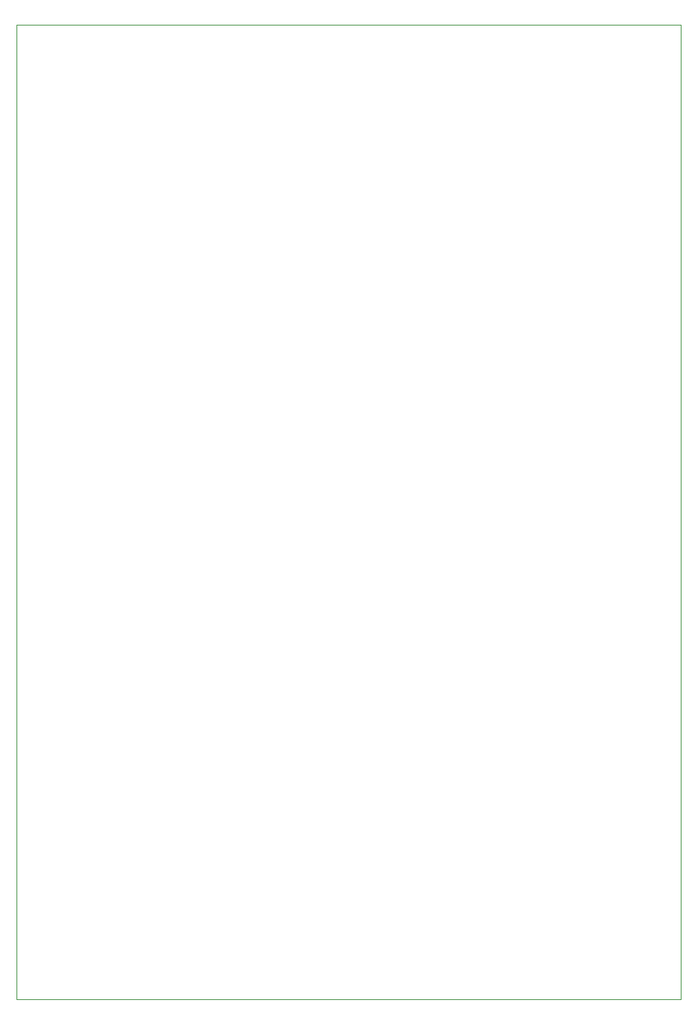
<source format=gbr>
%TF.GenerationSoftware,KiCad,Pcbnew,9.0.5*%
%TF.CreationDate,2025-10-05T20:14:22+01:00*%
%TF.ProjectId,Board,426f6172-642e-46b6-9963-61645f706362,v1*%
%TF.SameCoordinates,Original*%
%TF.FileFunction,Profile,NP*%
%FSLAX46Y46*%
G04 Gerber Fmt 4.6, Leading zero omitted, Abs format (unit mm)*
G04 Created by KiCad (PCBNEW 9.0.5) date 2025-10-05 20:14:22*
%MOMM*%
%LPD*%
G01*
G04 APERTURE LIST*
%TA.AperFunction,Profile*%
%ADD10C,0.050000*%
%TD*%
G04 APERTURE END LIST*
D10*
X97500000Y-34986511D02*
X172500000Y-34986511D01*
X172500000Y-144986511D01*
X97500000Y-144986511D01*
X97500000Y-34986511D01*
M02*

</source>
